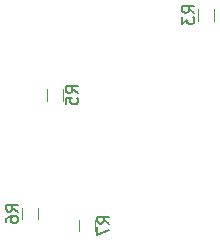
<source format=gbr>
G04 #@! TF.FileFunction,Legend,Bot*
%FSLAX46Y46*%
G04 Gerber Fmt 4.6, Leading zero omitted, Abs format (unit mm)*
G04 Created by KiCad (PCBNEW 4.0.5) date 03/29/17 17:32:54*
%MOMM*%
%LPD*%
G01*
G04 APERTURE LIST*
%ADD10C,0.100000*%
%ADD11C,0.120000*%
%ADD12C,0.150000*%
G04 APERTURE END LIST*
D10*
D11*
X141459500Y-125277500D02*
X141459500Y-124277500D01*
X140099500Y-124277500D02*
X140099500Y-125277500D01*
X127336000Y-131072000D02*
X127336000Y-132072000D01*
X128696000Y-132072000D02*
X128696000Y-131072000D01*
X126537000Y-142105000D02*
X126537000Y-141105000D01*
X125177000Y-141105000D02*
X125177000Y-142105000D01*
X130003000Y-142121000D02*
X130003000Y-143121000D01*
X131363000Y-143121000D02*
X131363000Y-142121000D01*
D12*
X139781881Y-124610834D02*
X139305690Y-124277500D01*
X139781881Y-124039405D02*
X138781881Y-124039405D01*
X138781881Y-124420358D01*
X138829500Y-124515596D01*
X138877119Y-124563215D01*
X138972357Y-124610834D01*
X139115214Y-124610834D01*
X139210452Y-124563215D01*
X139258071Y-124515596D01*
X139305690Y-124420358D01*
X139305690Y-124039405D01*
X138781881Y-124944167D02*
X138781881Y-125563215D01*
X139162833Y-125229881D01*
X139162833Y-125372739D01*
X139210452Y-125467977D01*
X139258071Y-125515596D01*
X139353310Y-125563215D01*
X139591405Y-125563215D01*
X139686643Y-125515596D01*
X139734262Y-125467977D01*
X139781881Y-125372739D01*
X139781881Y-125087024D01*
X139734262Y-124991786D01*
X139686643Y-124944167D01*
X129918381Y-131405334D02*
X129442190Y-131072000D01*
X129918381Y-130833905D02*
X128918381Y-130833905D01*
X128918381Y-131214858D01*
X128966000Y-131310096D01*
X129013619Y-131357715D01*
X129108857Y-131405334D01*
X129251714Y-131405334D01*
X129346952Y-131357715D01*
X129394571Y-131310096D01*
X129442190Y-131214858D01*
X129442190Y-130833905D01*
X128918381Y-132310096D02*
X128918381Y-131833905D01*
X129394571Y-131786286D01*
X129346952Y-131833905D01*
X129299333Y-131929143D01*
X129299333Y-132167239D01*
X129346952Y-132262477D01*
X129394571Y-132310096D01*
X129489810Y-132357715D01*
X129727905Y-132357715D01*
X129823143Y-132310096D01*
X129870762Y-132262477D01*
X129918381Y-132167239D01*
X129918381Y-131929143D01*
X129870762Y-131833905D01*
X129823143Y-131786286D01*
X124859381Y-141438334D02*
X124383190Y-141105000D01*
X124859381Y-140866905D02*
X123859381Y-140866905D01*
X123859381Y-141247858D01*
X123907000Y-141343096D01*
X123954619Y-141390715D01*
X124049857Y-141438334D01*
X124192714Y-141438334D01*
X124287952Y-141390715D01*
X124335571Y-141343096D01*
X124383190Y-141247858D01*
X124383190Y-140866905D01*
X123859381Y-142295477D02*
X123859381Y-142105000D01*
X123907000Y-142009762D01*
X123954619Y-141962143D01*
X124097476Y-141866905D01*
X124287952Y-141819286D01*
X124668905Y-141819286D01*
X124764143Y-141866905D01*
X124811762Y-141914524D01*
X124859381Y-142009762D01*
X124859381Y-142200239D01*
X124811762Y-142295477D01*
X124764143Y-142343096D01*
X124668905Y-142390715D01*
X124430810Y-142390715D01*
X124335571Y-142343096D01*
X124287952Y-142295477D01*
X124240333Y-142200239D01*
X124240333Y-142009762D01*
X124287952Y-141914524D01*
X124335571Y-141866905D01*
X124430810Y-141819286D01*
X132585381Y-142454334D02*
X132109190Y-142121000D01*
X132585381Y-141882905D02*
X131585381Y-141882905D01*
X131585381Y-142263858D01*
X131633000Y-142359096D01*
X131680619Y-142406715D01*
X131775857Y-142454334D01*
X131918714Y-142454334D01*
X132013952Y-142406715D01*
X132061571Y-142359096D01*
X132109190Y-142263858D01*
X132109190Y-141882905D01*
X131585381Y-142787667D02*
X131585381Y-143454334D01*
X132585381Y-143025762D01*
M02*

</source>
